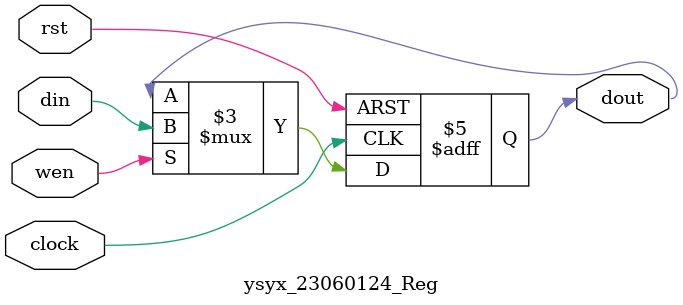
<source format=v>
module ysyx_23060124_Reg #(parameter WIDTH = 1, parameter RESET_VAL = 0) (
    input                               clock                      ,
    input                               rst                        ,
    input                               wen                        ,
    input              [WIDTH-1:0]      din                        ,
    output reg         [WIDTH-1:0]      dout                        
);

  always @(posedge  clock or negedge rst) begin
    if (~rst) dout <= RESET_VAL;
    else if (wen) dout <= din;
  end
  
endmodule


</source>
